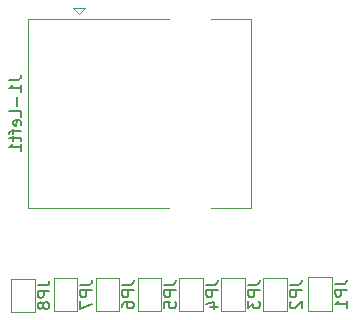
<source format=gbr>
%TF.GenerationSoftware,KiCad,Pcbnew,8.0.3*%
%TF.CreationDate,2024-07-09T07:59:51-07:00*%
%TF.ProjectId,Custom_KB_V1,43757374-6f6d-45f4-9b42-5f56312e6b69,rev?*%
%TF.SameCoordinates,Original*%
%TF.FileFunction,Legend,Bot*%
%TF.FilePolarity,Positive*%
%FSLAX46Y46*%
G04 Gerber Fmt 4.6, Leading zero omitted, Abs format (unit mm)*
G04 Created by KiCad (PCBNEW 8.0.3) date 2024-07-09 07:59:51*
%MOMM*%
%LPD*%
G01*
G04 APERTURE LIST*
%ADD10C,0.150000*%
%ADD11C,0.120000*%
G04 APERTURE END LIST*
D10*
X200579537Y-105393462D02*
X201293822Y-105393462D01*
X201293822Y-105393462D02*
X201436679Y-105345843D01*
X201436679Y-105345843D02*
X201531918Y-105250605D01*
X201531918Y-105250605D02*
X201579537Y-105107748D01*
X201579537Y-105107748D02*
X201579537Y-105012510D01*
X201579537Y-105869653D02*
X200579537Y-105869653D01*
X200579537Y-105869653D02*
X200579537Y-106250605D01*
X200579537Y-106250605D02*
X200627156Y-106345843D01*
X200627156Y-106345843D02*
X200674775Y-106393462D01*
X200674775Y-106393462D02*
X200770013Y-106441081D01*
X200770013Y-106441081D02*
X200912870Y-106441081D01*
X200912870Y-106441081D02*
X201008108Y-106393462D01*
X201008108Y-106393462D02*
X201055727Y-106345843D01*
X201055727Y-106345843D02*
X201103346Y-106250605D01*
X201103346Y-106250605D02*
X201103346Y-105869653D01*
X201579537Y-107393462D02*
X201579537Y-106822034D01*
X201579537Y-107107748D02*
X200579537Y-107107748D01*
X200579537Y-107107748D02*
X200722394Y-107012510D01*
X200722394Y-107012510D02*
X200817632Y-106917272D01*
X200817632Y-106917272D02*
X200865251Y-106822034D01*
X196754727Y-105441982D02*
X197469012Y-105441982D01*
X197469012Y-105441982D02*
X197611869Y-105394363D01*
X197611869Y-105394363D02*
X197707108Y-105299125D01*
X197707108Y-105299125D02*
X197754727Y-105156268D01*
X197754727Y-105156268D02*
X197754727Y-105061030D01*
X197754727Y-105918173D02*
X196754727Y-105918173D01*
X196754727Y-105918173D02*
X196754727Y-106299125D01*
X196754727Y-106299125D02*
X196802346Y-106394363D01*
X196802346Y-106394363D02*
X196849965Y-106441982D01*
X196849965Y-106441982D02*
X196945203Y-106489601D01*
X196945203Y-106489601D02*
X197088060Y-106489601D01*
X197088060Y-106489601D02*
X197183298Y-106441982D01*
X197183298Y-106441982D02*
X197230917Y-106394363D01*
X197230917Y-106394363D02*
X197278536Y-106299125D01*
X197278536Y-106299125D02*
X197278536Y-105918173D01*
X196849965Y-106870554D02*
X196802346Y-106918173D01*
X196802346Y-106918173D02*
X196754727Y-107013411D01*
X196754727Y-107013411D02*
X196754727Y-107251506D01*
X196754727Y-107251506D02*
X196802346Y-107346744D01*
X196802346Y-107346744D02*
X196849965Y-107394363D01*
X196849965Y-107394363D02*
X196945203Y-107441982D01*
X196945203Y-107441982D02*
X197040441Y-107441982D01*
X197040441Y-107441982D02*
X197183298Y-107394363D01*
X197183298Y-107394363D02*
X197754727Y-106822935D01*
X197754727Y-106822935D02*
X197754727Y-107441982D01*
X189654727Y-105441982D02*
X190369012Y-105441982D01*
X190369012Y-105441982D02*
X190511869Y-105394363D01*
X190511869Y-105394363D02*
X190607108Y-105299125D01*
X190607108Y-105299125D02*
X190654727Y-105156268D01*
X190654727Y-105156268D02*
X190654727Y-105061030D01*
X190654727Y-105918173D02*
X189654727Y-105918173D01*
X189654727Y-105918173D02*
X189654727Y-106299125D01*
X189654727Y-106299125D02*
X189702346Y-106394363D01*
X189702346Y-106394363D02*
X189749965Y-106441982D01*
X189749965Y-106441982D02*
X189845203Y-106489601D01*
X189845203Y-106489601D02*
X189988060Y-106489601D01*
X189988060Y-106489601D02*
X190083298Y-106441982D01*
X190083298Y-106441982D02*
X190130917Y-106394363D01*
X190130917Y-106394363D02*
X190178536Y-106299125D01*
X190178536Y-106299125D02*
X190178536Y-105918173D01*
X189988060Y-107346744D02*
X190654727Y-107346744D01*
X189607108Y-107108649D02*
X190321393Y-106870554D01*
X190321393Y-106870554D02*
X190321393Y-107489601D01*
X179004727Y-105441982D02*
X179719012Y-105441982D01*
X179719012Y-105441982D02*
X179861869Y-105394363D01*
X179861869Y-105394363D02*
X179957108Y-105299125D01*
X179957108Y-105299125D02*
X180004727Y-105156268D01*
X180004727Y-105156268D02*
X180004727Y-105061030D01*
X180004727Y-105918173D02*
X179004727Y-105918173D01*
X179004727Y-105918173D02*
X179004727Y-106299125D01*
X179004727Y-106299125D02*
X179052346Y-106394363D01*
X179052346Y-106394363D02*
X179099965Y-106441982D01*
X179099965Y-106441982D02*
X179195203Y-106489601D01*
X179195203Y-106489601D02*
X179338060Y-106489601D01*
X179338060Y-106489601D02*
X179433298Y-106441982D01*
X179433298Y-106441982D02*
X179480917Y-106394363D01*
X179480917Y-106394363D02*
X179528536Y-106299125D01*
X179528536Y-106299125D02*
X179528536Y-105918173D01*
X179004727Y-106822935D02*
X179004727Y-107489601D01*
X179004727Y-107489601D02*
X180004727Y-107061030D01*
X175385624Y-105489323D02*
X176099909Y-105489323D01*
X176099909Y-105489323D02*
X176242766Y-105441704D01*
X176242766Y-105441704D02*
X176338005Y-105346466D01*
X176338005Y-105346466D02*
X176385624Y-105203609D01*
X176385624Y-105203609D02*
X176385624Y-105108371D01*
X176385624Y-105965514D02*
X175385624Y-105965514D01*
X175385624Y-105965514D02*
X175385624Y-106346466D01*
X175385624Y-106346466D02*
X175433243Y-106441704D01*
X175433243Y-106441704D02*
X175480862Y-106489323D01*
X175480862Y-106489323D02*
X175576100Y-106536942D01*
X175576100Y-106536942D02*
X175718957Y-106536942D01*
X175718957Y-106536942D02*
X175814195Y-106489323D01*
X175814195Y-106489323D02*
X175861814Y-106441704D01*
X175861814Y-106441704D02*
X175909433Y-106346466D01*
X175909433Y-106346466D02*
X175909433Y-105965514D01*
X175814195Y-107108371D02*
X175766576Y-107013133D01*
X175766576Y-107013133D02*
X175718957Y-106965514D01*
X175718957Y-106965514D02*
X175623719Y-106917895D01*
X175623719Y-106917895D02*
X175576100Y-106917895D01*
X175576100Y-106917895D02*
X175480862Y-106965514D01*
X175480862Y-106965514D02*
X175433243Y-107013133D01*
X175433243Y-107013133D02*
X175385624Y-107108371D01*
X175385624Y-107108371D02*
X175385624Y-107298847D01*
X175385624Y-107298847D02*
X175433243Y-107394085D01*
X175433243Y-107394085D02*
X175480862Y-107441704D01*
X175480862Y-107441704D02*
X175576100Y-107489323D01*
X175576100Y-107489323D02*
X175623719Y-107489323D01*
X175623719Y-107489323D02*
X175718957Y-107441704D01*
X175718957Y-107441704D02*
X175766576Y-107394085D01*
X175766576Y-107394085D02*
X175814195Y-107298847D01*
X175814195Y-107298847D02*
X175814195Y-107108371D01*
X175814195Y-107108371D02*
X175861814Y-107013133D01*
X175861814Y-107013133D02*
X175909433Y-106965514D01*
X175909433Y-106965514D02*
X176004671Y-106917895D01*
X176004671Y-106917895D02*
X176195147Y-106917895D01*
X176195147Y-106917895D02*
X176290385Y-106965514D01*
X176290385Y-106965514D02*
X176338005Y-107013133D01*
X176338005Y-107013133D02*
X176385624Y-107108371D01*
X176385624Y-107108371D02*
X176385624Y-107298847D01*
X176385624Y-107298847D02*
X176338005Y-107394085D01*
X176338005Y-107394085D02*
X176290385Y-107441704D01*
X176290385Y-107441704D02*
X176195147Y-107489323D01*
X176195147Y-107489323D02*
X176004671Y-107489323D01*
X176004671Y-107489323D02*
X175909433Y-107441704D01*
X175909433Y-107441704D02*
X175861814Y-107394085D01*
X175861814Y-107394085D02*
X175814195Y-107298847D01*
X182554727Y-105441982D02*
X183269012Y-105441982D01*
X183269012Y-105441982D02*
X183411869Y-105394363D01*
X183411869Y-105394363D02*
X183507108Y-105299125D01*
X183507108Y-105299125D02*
X183554727Y-105156268D01*
X183554727Y-105156268D02*
X183554727Y-105061030D01*
X183554727Y-105918173D02*
X182554727Y-105918173D01*
X182554727Y-105918173D02*
X182554727Y-106299125D01*
X182554727Y-106299125D02*
X182602346Y-106394363D01*
X182602346Y-106394363D02*
X182649965Y-106441982D01*
X182649965Y-106441982D02*
X182745203Y-106489601D01*
X182745203Y-106489601D02*
X182888060Y-106489601D01*
X182888060Y-106489601D02*
X182983298Y-106441982D01*
X182983298Y-106441982D02*
X183030917Y-106394363D01*
X183030917Y-106394363D02*
X183078536Y-106299125D01*
X183078536Y-106299125D02*
X183078536Y-105918173D01*
X182554727Y-107346744D02*
X182554727Y-107156268D01*
X182554727Y-107156268D02*
X182602346Y-107061030D01*
X182602346Y-107061030D02*
X182649965Y-107013411D01*
X182649965Y-107013411D02*
X182792822Y-106918173D01*
X182792822Y-106918173D02*
X182983298Y-106870554D01*
X182983298Y-106870554D02*
X183364250Y-106870554D01*
X183364250Y-106870554D02*
X183459488Y-106918173D01*
X183459488Y-106918173D02*
X183507108Y-106965792D01*
X183507108Y-106965792D02*
X183554727Y-107061030D01*
X183554727Y-107061030D02*
X183554727Y-107251506D01*
X183554727Y-107251506D02*
X183507108Y-107346744D01*
X183507108Y-107346744D02*
X183459488Y-107394363D01*
X183459488Y-107394363D02*
X183364250Y-107441982D01*
X183364250Y-107441982D02*
X183126155Y-107441982D01*
X183126155Y-107441982D02*
X183030917Y-107394363D01*
X183030917Y-107394363D02*
X182983298Y-107346744D01*
X182983298Y-107346744D02*
X182935679Y-107251506D01*
X182935679Y-107251506D02*
X182935679Y-107061030D01*
X182935679Y-107061030D02*
X182983298Y-106965792D01*
X182983298Y-106965792D02*
X183030917Y-106918173D01*
X183030917Y-106918173D02*
X183126155Y-106870554D01*
X186104727Y-105441982D02*
X186819012Y-105441982D01*
X186819012Y-105441982D02*
X186961869Y-105394363D01*
X186961869Y-105394363D02*
X187057108Y-105299125D01*
X187057108Y-105299125D02*
X187104727Y-105156268D01*
X187104727Y-105156268D02*
X187104727Y-105061030D01*
X187104727Y-105918173D02*
X186104727Y-105918173D01*
X186104727Y-105918173D02*
X186104727Y-106299125D01*
X186104727Y-106299125D02*
X186152346Y-106394363D01*
X186152346Y-106394363D02*
X186199965Y-106441982D01*
X186199965Y-106441982D02*
X186295203Y-106489601D01*
X186295203Y-106489601D02*
X186438060Y-106489601D01*
X186438060Y-106489601D02*
X186533298Y-106441982D01*
X186533298Y-106441982D02*
X186580917Y-106394363D01*
X186580917Y-106394363D02*
X186628536Y-106299125D01*
X186628536Y-106299125D02*
X186628536Y-105918173D01*
X186104727Y-107394363D02*
X186104727Y-106918173D01*
X186104727Y-106918173D02*
X186580917Y-106870554D01*
X186580917Y-106870554D02*
X186533298Y-106918173D01*
X186533298Y-106918173D02*
X186485679Y-107013411D01*
X186485679Y-107013411D02*
X186485679Y-107251506D01*
X186485679Y-107251506D02*
X186533298Y-107346744D01*
X186533298Y-107346744D02*
X186580917Y-107394363D01*
X186580917Y-107394363D02*
X186676155Y-107441982D01*
X186676155Y-107441982D02*
X186914250Y-107441982D01*
X186914250Y-107441982D02*
X187009488Y-107394363D01*
X187009488Y-107394363D02*
X187057108Y-107346744D01*
X187057108Y-107346744D02*
X187104727Y-107251506D01*
X187104727Y-107251506D02*
X187104727Y-107013411D01*
X187104727Y-107013411D02*
X187057108Y-106918173D01*
X187057108Y-106918173D02*
X187009488Y-106870554D01*
X173001007Y-88099885D02*
X173715292Y-88099885D01*
X173715292Y-88099885D02*
X173858149Y-88052266D01*
X173858149Y-88052266D02*
X173953388Y-87957028D01*
X173953388Y-87957028D02*
X174001007Y-87814171D01*
X174001007Y-87814171D02*
X174001007Y-87718933D01*
X174001007Y-89099885D02*
X174001007Y-88528457D01*
X174001007Y-88814171D02*
X173001007Y-88814171D01*
X173001007Y-88814171D02*
X173143864Y-88718933D01*
X173143864Y-88718933D02*
X173239102Y-88623695D01*
X173239102Y-88623695D02*
X173286721Y-88528457D01*
X173620054Y-89528457D02*
X173620054Y-90290362D01*
X174001007Y-91242742D02*
X174001007Y-90766552D01*
X174001007Y-90766552D02*
X173001007Y-90766552D01*
X173953388Y-91957028D02*
X174001007Y-91861790D01*
X174001007Y-91861790D02*
X174001007Y-91671314D01*
X174001007Y-91671314D02*
X173953388Y-91576076D01*
X173953388Y-91576076D02*
X173858149Y-91528457D01*
X173858149Y-91528457D02*
X173477197Y-91528457D01*
X173477197Y-91528457D02*
X173381959Y-91576076D01*
X173381959Y-91576076D02*
X173334340Y-91671314D01*
X173334340Y-91671314D02*
X173334340Y-91861790D01*
X173334340Y-91861790D02*
X173381959Y-91957028D01*
X173381959Y-91957028D02*
X173477197Y-92004647D01*
X173477197Y-92004647D02*
X173572435Y-92004647D01*
X173572435Y-92004647D02*
X173667673Y-91528457D01*
X173334340Y-92290362D02*
X173334340Y-92671314D01*
X174001007Y-92433219D02*
X173143864Y-92433219D01*
X173143864Y-92433219D02*
X173048626Y-92480838D01*
X173048626Y-92480838D02*
X173001007Y-92576076D01*
X173001007Y-92576076D02*
X173001007Y-92671314D01*
X173334340Y-92861791D02*
X173334340Y-93242743D01*
X173001007Y-93004648D02*
X173858149Y-93004648D01*
X173858149Y-93004648D02*
X173953388Y-93052267D01*
X173953388Y-93052267D02*
X174001007Y-93147505D01*
X174001007Y-93147505D02*
X174001007Y-93242743D01*
X174001007Y-94099886D02*
X174001007Y-93528458D01*
X174001007Y-93814172D02*
X173001007Y-93814172D01*
X173001007Y-93814172D02*
X173143864Y-93718934D01*
X173143864Y-93718934D02*
X173239102Y-93623696D01*
X173239102Y-93623696D02*
X173286721Y-93528458D01*
X193204727Y-105441982D02*
X193919012Y-105441982D01*
X193919012Y-105441982D02*
X194061869Y-105394363D01*
X194061869Y-105394363D02*
X194157108Y-105299125D01*
X194157108Y-105299125D02*
X194204727Y-105156268D01*
X194204727Y-105156268D02*
X194204727Y-105061030D01*
X194204727Y-105918173D02*
X193204727Y-105918173D01*
X193204727Y-105918173D02*
X193204727Y-106299125D01*
X193204727Y-106299125D02*
X193252346Y-106394363D01*
X193252346Y-106394363D02*
X193299965Y-106441982D01*
X193299965Y-106441982D02*
X193395203Y-106489601D01*
X193395203Y-106489601D02*
X193538060Y-106489601D01*
X193538060Y-106489601D02*
X193633298Y-106441982D01*
X193633298Y-106441982D02*
X193680917Y-106394363D01*
X193680917Y-106394363D02*
X193728536Y-106299125D01*
X193728536Y-106299125D02*
X193728536Y-105918173D01*
X193204727Y-106822935D02*
X193204727Y-107441982D01*
X193204727Y-107441982D02*
X193585679Y-107108649D01*
X193585679Y-107108649D02*
X193585679Y-107251506D01*
X193585679Y-107251506D02*
X193633298Y-107346744D01*
X193633298Y-107346744D02*
X193680917Y-107394363D01*
X193680917Y-107394363D02*
X193776155Y-107441982D01*
X193776155Y-107441982D02*
X194014250Y-107441982D01*
X194014250Y-107441982D02*
X194109488Y-107394363D01*
X194109488Y-107394363D02*
X194157108Y-107346744D01*
X194157108Y-107346744D02*
X194204727Y-107251506D01*
X194204727Y-107251506D02*
X194204727Y-106965792D01*
X194204727Y-106965792D02*
X194157108Y-106870554D01*
X194157108Y-106870554D02*
X194109488Y-106822935D01*
D11*
%TO.C,JP1*%
X198324718Y-104826796D02*
X200324718Y-104826796D01*
X198324718Y-107626796D02*
X198324718Y-104826796D01*
X200324718Y-104826796D02*
X200324718Y-107626796D01*
X200324718Y-107626796D02*
X198324718Y-107626796D01*
%TO.C,JP2*%
X194499908Y-104875316D02*
X196499908Y-104875316D01*
X194499908Y-107675316D02*
X194499908Y-104875316D01*
X196499908Y-104875316D02*
X196499908Y-107675316D01*
X196499908Y-107675316D02*
X194499908Y-107675316D01*
%TO.C,JP4*%
X187399908Y-104875316D02*
X189399908Y-104875316D01*
X187399908Y-107675316D02*
X187399908Y-104875316D01*
X189399908Y-104875316D02*
X189399908Y-107675316D01*
X189399908Y-107675316D02*
X187399908Y-107675316D01*
%TO.C,JP7*%
X176749908Y-104875316D02*
X178749908Y-104875316D01*
X176749908Y-107675316D02*
X176749908Y-104875316D01*
X178749908Y-104875316D02*
X178749908Y-107675316D01*
X178749908Y-107675316D02*
X176749908Y-107675316D01*
%TO.C,JP8*%
X173130805Y-104922657D02*
X175130805Y-104922657D01*
X173130805Y-107722657D02*
X173130805Y-104922657D01*
X175130805Y-104922657D02*
X175130805Y-107722657D01*
X175130805Y-107722657D02*
X173130805Y-107722657D01*
%TO.C,JP6*%
X180299908Y-104875316D02*
X182299908Y-104875316D01*
X180299908Y-107675316D02*
X180299908Y-104875316D01*
X182299908Y-104875316D02*
X182299908Y-107675316D01*
X182299908Y-107675316D02*
X180299908Y-107675316D01*
%TO.C,JP5*%
X183849908Y-104875316D02*
X185849908Y-104875316D01*
X183849908Y-107675316D02*
X183849908Y-104875316D01*
X185849908Y-104875316D02*
X185849908Y-107675316D01*
X185849908Y-107675316D02*
X183849908Y-107675316D01*
%TO.C,J1-Left1*%
X174606188Y-82923219D02*
X174606188Y-98943219D01*
X178378188Y-82047219D02*
X178886188Y-82555219D01*
X178886188Y-82555219D02*
X179394188Y-82047219D01*
X179394188Y-82047219D02*
X178378188Y-82047219D01*
X186536188Y-82923219D02*
X174606188Y-82923219D01*
X186536188Y-98943219D02*
X174606188Y-98943219D01*
X193476188Y-82923219D02*
X190036188Y-82923219D01*
X193476188Y-82923219D02*
X193476188Y-98943219D01*
X193476188Y-98943219D02*
X190036188Y-98943219D01*
%TO.C,JP3*%
X190949908Y-104875316D02*
X192949908Y-104875316D01*
X190949908Y-107675316D02*
X190949908Y-104875316D01*
X192949908Y-104875316D02*
X192949908Y-107675316D01*
X192949908Y-107675316D02*
X190949908Y-107675316D01*
%TD*%
M02*

</source>
